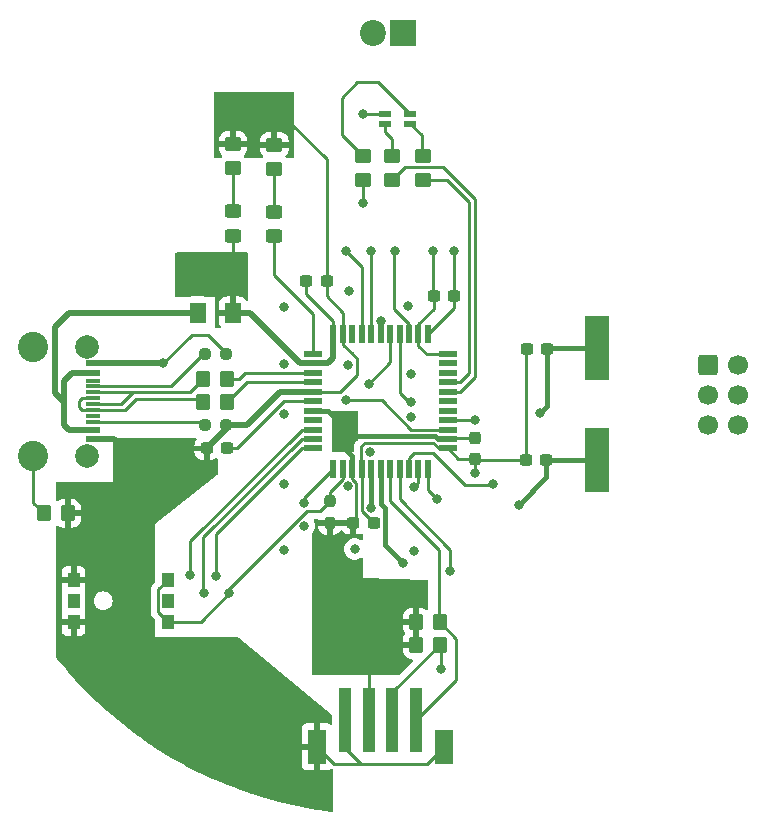
<source format=gbr>
%TF.GenerationSoftware,KiCad,Pcbnew,7.0.6-7.0.6~ubuntu20.04.1*%
%TF.CreationDate,2023-07-18T17:21:28-05:00*%
%TF.ProjectId,basic_microcontroller,62617369-635f-46d6-9963-726f636f6e74,rev?*%
%TF.SameCoordinates,Original*%
%TF.FileFunction,Copper,L1,Top*%
%TF.FilePolarity,Positive*%
%FSLAX46Y46*%
G04 Gerber Fmt 4.6, Leading zero omitted, Abs format (unit mm)*
G04 Created by KiCad (PCBNEW 7.0.6-7.0.6~ubuntu20.04.1) date 2023-07-18 17:21:28*
%MOMM*%
%LPD*%
G01*
G04 APERTURE LIST*
G04 Aperture macros list*
%AMRoundRect*
0 Rectangle with rounded corners*
0 $1 Rounding radius*
0 $2 $3 $4 $5 $6 $7 $8 $9 X,Y pos of 4 corners*
0 Add a 4 corners polygon primitive as box body*
4,1,4,$2,$3,$4,$5,$6,$7,$8,$9,$2,$3,0*
0 Add four circle primitives for the rounded corners*
1,1,$1+$1,$2,$3*
1,1,$1+$1,$4,$5*
1,1,$1+$1,$6,$7*
1,1,$1+$1,$8,$9*
0 Add four rect primitives between the rounded corners*
20,1,$1+$1,$2,$3,$4,$5,0*
20,1,$1+$1,$4,$5,$6,$7,0*
20,1,$1+$1,$6,$7,$8,$9,0*
20,1,$1+$1,$8,$9,$2,$3,0*%
G04 Aperture macros list end*
%TA.AperFunction,ComponentPad*%
%ADD10R,2.200000X2.200000*%
%TD*%
%TA.AperFunction,ComponentPad*%
%ADD11C,2.200000*%
%TD*%
%TA.AperFunction,SMDPad,CuDef*%
%ADD12RoundRect,0.237500X0.237500X-0.250000X0.237500X0.250000X-0.237500X0.250000X-0.237500X-0.250000X0*%
%TD*%
%TA.AperFunction,SMDPad,CuDef*%
%ADD13RoundRect,0.237500X0.300000X0.237500X-0.300000X0.237500X-0.300000X-0.237500X0.300000X-0.237500X0*%
%TD*%
%TA.AperFunction,SMDPad,CuDef*%
%ADD14RoundRect,0.237500X-0.250000X-0.237500X0.250000X-0.237500X0.250000X0.237500X-0.250000X0.237500X0*%
%TD*%
%TA.AperFunction,ComponentPad*%
%ADD15RoundRect,0.250000X-0.600000X-0.600000X0.600000X-0.600000X0.600000X0.600000X-0.600000X0.600000X0*%
%TD*%
%TA.AperFunction,ComponentPad*%
%ADD16C,1.700000*%
%TD*%
%TA.AperFunction,SMDPad,CuDef*%
%ADD17RoundRect,0.250001X0.462499X0.624999X-0.462499X0.624999X-0.462499X-0.624999X0.462499X-0.624999X0*%
%TD*%
%TA.AperFunction,SMDPad,CuDef*%
%ADD18RoundRect,0.250000X0.450000X-0.350000X0.450000X0.350000X-0.450000X0.350000X-0.450000X-0.350000X0*%
%TD*%
%TA.AperFunction,SMDPad,CuDef*%
%ADD19R,1.000000X1.300000*%
%TD*%
%TA.AperFunction,SMDPad,CuDef*%
%ADD20RoundRect,0.250000X-0.350000X-0.450000X0.350000X-0.450000X0.350000X0.450000X-0.350000X0.450000X0*%
%TD*%
%TA.AperFunction,SMDPad,CuDef*%
%ADD21R,1.000000X0.500000*%
%TD*%
%TA.AperFunction,SMDPad,CuDef*%
%ADD22RoundRect,0.250000X-0.450000X0.325000X-0.450000X-0.325000X0.450000X-0.325000X0.450000X0.325000X0*%
%TD*%
%TA.AperFunction,SMDPad,CuDef*%
%ADD23RoundRect,0.237500X-0.300000X-0.237500X0.300000X-0.237500X0.300000X0.237500X-0.300000X0.237500X0*%
%TD*%
%TA.AperFunction,SMDPad,CuDef*%
%ADD24R,1.250000X0.600000*%
%TD*%
%TA.AperFunction,SMDPad,CuDef*%
%ADD25R,1.250000X0.300000*%
%TD*%
%TA.AperFunction,ComponentPad*%
%ADD26C,2.000000*%
%TD*%
%TA.AperFunction,ComponentPad*%
%ADD27C,2.565000*%
%TD*%
%TA.AperFunction,SMDPad,CuDef*%
%ADD28R,2.000000X5.500000*%
%TD*%
%TA.AperFunction,SMDPad,CuDef*%
%ADD29R,1.500000X0.550000*%
%TD*%
%TA.AperFunction,SMDPad,CuDef*%
%ADD30R,0.550000X1.500000*%
%TD*%
%TA.AperFunction,SMDPad,CuDef*%
%ADD31R,1.000000X5.500000*%
%TD*%
%TA.AperFunction,SMDPad,CuDef*%
%ADD32R,1.600000X3.000000*%
%TD*%
%TA.AperFunction,SMDPad,CuDef*%
%ADD33RoundRect,0.237500X0.237500X-0.300000X0.237500X0.300000X-0.237500X0.300000X-0.237500X-0.300000X0*%
%TD*%
%TA.AperFunction,SMDPad,CuDef*%
%ADD34RoundRect,0.250000X0.350000X0.450000X-0.350000X0.450000X-0.350000X-0.450000X0.350000X-0.450000X0*%
%TD*%
%TA.AperFunction,ViaPad*%
%ADD35C,0.800000*%
%TD*%
%TA.AperFunction,Conductor*%
%ADD36C,0.400000*%
%TD*%
%TA.AperFunction,Conductor*%
%ADD37C,0.250000*%
%TD*%
%TA.AperFunction,Conductor*%
%ADD38C,0.500000*%
%TD*%
G04 APERTURE END LIST*
D10*
%TO.P,J3,1,Pin_1*%
%TO.N,Net-(J3-Pin_1)*%
X151900000Y-68800000D03*
D11*
%TO.P,J3,2,Pin_2*%
%TO.N,GND*%
X149360000Y-68800000D03*
%TD*%
D12*
%TO.P,R3,1*%
%TO.N,+5V*%
X145700000Y-110312500D03*
%TO.P,R3,2*%
%TO.N,/RESET*%
X145700000Y-108487500D03*
%TD*%
D13*
%TO.P,C8,1*%
%TO.N,GND*%
X145425000Y-89800000D03*
%TO.P,C8,2*%
%TO.N,+5V*%
X143700000Y-89800000D03*
%TD*%
D14*
%TO.P,R6,1*%
%TO.N,Net-(J1-CC2)*%
X135087500Y-102000000D03*
%TO.P,R6,2*%
%TO.N,GND*%
X136912500Y-102000000D03*
%TD*%
%TO.P,R5,1*%
%TO.N,Net-(J1-CC1)*%
X135087500Y-96000000D03*
%TO.P,R5,2*%
%TO.N,GND*%
X136912500Y-96000000D03*
%TD*%
D15*
%TO.P,J2,1,MISO*%
%TO.N,/MISO*%
X177747500Y-96955000D03*
D16*
%TO.P,J2,2,VCC*%
%TO.N,+5V*%
X180287500Y-96955000D03*
%TO.P,J2,3,SCK*%
%TO.N,/SCK*%
X177747500Y-99495000D03*
%TO.P,J2,4,MOSI*%
%TO.N,/MOSI*%
X180287500Y-99495000D03*
%TO.P,J2,5,~{RST}*%
%TO.N,/RESET*%
X177747500Y-102035000D03*
%TO.P,J2,6,GND*%
%TO.N,GND*%
X180287500Y-102035000D03*
%TD*%
D17*
%TO.P,F1,1*%
%TO.N,+5V*%
X137487500Y-92500000D03*
%TO.P,F1,2*%
%TO.N,Net-(F1-Pad2)*%
X134512500Y-92500000D03*
%TD*%
D18*
%TO.P,R35,1*%
%TO.N,/TRI_LED_B*%
X148500000Y-81250000D03*
%TO.P,R35,2*%
%TO.N,Net-(D27-BK)*%
X148500000Y-79250000D03*
%TD*%
D19*
%TO.P,S1,1,COM_1*%
%TO.N,GND*%
X124000000Y-115100000D03*
%TO.P,S1,2,NO_1*%
%TO.N,unconnected-(S1-NO_1-Pad2)*%
X124000000Y-116900000D03*
%TO.P,S1,3,NC_1*%
%TO.N,GND*%
X124000000Y-118700000D03*
%TO.P,S1,4,COM_2*%
%TO.N,/RESET*%
X132000000Y-115100000D03*
%TO.P,S1,5,NO_2*%
%TO.N,unconnected-(S1-NO_2-Pad5)*%
X132000000Y-116900000D03*
%TO.P,S1,6,NC_2*%
%TO.N,/RESET*%
X132000000Y-118700000D03*
%TD*%
D20*
%TO.P,R1,1*%
%TO.N,Net-(J1-D+-PadA6)*%
X135000000Y-100100000D03*
%TO.P,R1,2*%
%TO.N,Net-(U1-D+)*%
X137000000Y-100100000D03*
%TD*%
%TO.P,R37,1*%
%TO.N,+5V*%
X153000000Y-118700000D03*
%TO.P,R37,2*%
%TO.N,/SCL*%
X155000000Y-118700000D03*
%TD*%
D21*
%TO.P,D27,1,A*%
%TO.N,+5V*%
X150400000Y-75700000D03*
%TO.P,D27,2,BK*%
%TO.N,Net-(D27-BK)*%
X152500000Y-75700000D03*
%TO.P,D27,3,RK*%
%TO.N,Net-(D27-RK)*%
X150400000Y-76500000D03*
%TO.P,D27,4,GK*%
%TO.N,Net-(D27-GK)*%
X152500000Y-76500000D03*
%TD*%
D22*
%TO.P,D28,1,K*%
%TO.N,Net-(D28-K)*%
X137500000Y-83925000D03*
%TO.P,D28,2,A*%
%TO.N,+5V*%
X137500000Y-85975000D03*
%TD*%
D20*
%TO.P,R36,1*%
%TO.N,+5V*%
X153000000Y-120600000D03*
%TO.P,R36,2*%
%TO.N,/SDA*%
X155000000Y-120600000D03*
%TD*%
D23*
%TO.P,C2,1*%
%TO.N,GND*%
X162375000Y-95600000D03*
%TO.P,C2,2*%
%TO.N,Net-(U1-XTAL2)*%
X164100000Y-95600000D03*
%TD*%
%TO.P,C3,1*%
%TO.N,GND*%
X135275000Y-104000000D03*
%TO.P,C3,2*%
%TO.N,Net-(U1-UCAP)*%
X137000000Y-104000000D03*
%TD*%
D24*
%TO.P,J1,A1,GND*%
%TO.N,GND*%
X125675000Y-96800000D03*
%TO.P,J1,A4,VBUS*%
%TO.N,Net-(F1-Pad2)*%
X125675000Y-97600000D03*
D25*
%TO.P,J1,A5,CC1*%
%TO.N,Net-(J1-CC1)*%
X125675000Y-98750000D03*
%TO.P,J1,A6,D+*%
%TO.N,Net-(J1-D+-PadA6)*%
X125675000Y-99750000D03*
%TO.P,J1,A7,D-*%
%TO.N,Net-(J1-D--PadA7)*%
X125675000Y-100250000D03*
%TO.P,J1,A8,SBU1*%
%TO.N,unconnected-(J1-SBU1-PadA8)*%
X125675000Y-101250000D03*
D24*
%TO.P,J1,A9,VBUS*%
%TO.N,Net-(F1-Pad2)*%
X125675000Y-102400000D03*
%TO.P,J1,A12,GND*%
%TO.N,GND*%
X125675000Y-103200000D03*
D25*
%TO.P,J1,B5,CC2*%
%TO.N,Net-(J1-CC2)*%
X125675000Y-101750000D03*
%TO.P,J1,B6,D+*%
%TO.N,Net-(J1-D+-PadA6)*%
X125675000Y-100750000D03*
%TO.P,J1,B7,D-*%
%TO.N,Net-(J1-D--PadA7)*%
X125675000Y-99250000D03*
%TO.P,J1,B8,SBU2*%
%TO.N,unconnected-(J1-SBU2-PadB8)*%
X125675000Y-98250000D03*
D26*
%TO.P,J1,MH,SHIELD*%
%TO.N,Net-(J1-SHIELD)*%
X125100000Y-95390000D03*
D27*
X120600000Y-95390000D03*
D26*
X125100000Y-104610000D03*
D27*
X120600000Y-104610000D03*
%TD*%
D18*
%TO.P,R34,1*%
%TO.N,/TRI_LED_G*%
X153600000Y-81250000D03*
%TO.P,R34,2*%
%TO.N,Net-(D27-GK)*%
X153600000Y-79250000D03*
%TD*%
D23*
%TO.P,C1,1*%
%TO.N,GND*%
X162275000Y-105000000D03*
%TO.P,C1,2*%
%TO.N,Net-(U1-XTAL1)*%
X164000000Y-105000000D03*
%TD*%
D28*
%TO.P,Y1,1,1*%
%TO.N,Net-(U1-XTAL2)*%
X168300000Y-95500000D03*
%TO.P,Y1,2,2*%
%TO.N,Net-(U1-XTAL1)*%
X168300000Y-105000000D03*
%TD*%
D18*
%TO.P,R38,1*%
%TO.N,Net-(D28-K)*%
X137500000Y-80250000D03*
%TO.P,R38,2*%
%TO.N,GND*%
X137500000Y-78250000D03*
%TD*%
D29*
%TO.P,U1,1,PE6*%
%TO.N,Net-(D1-A)*%
X144300000Y-96000000D03*
%TO.P,U1,2,UVCC*%
%TO.N,+5V*%
X144300000Y-96800000D03*
%TO.P,U1,3,D-*%
%TO.N,Net-(U1-D-)*%
X144300000Y-97600000D03*
%TO.P,U1,4,D+*%
%TO.N,Net-(U1-D+)*%
X144300000Y-98400000D03*
%TO.P,U1,5,UGND*%
%TO.N,GND*%
X144300000Y-99200000D03*
%TO.P,U1,6,UCAP*%
%TO.N,Net-(U1-UCAP)*%
X144300000Y-100000000D03*
%TO.P,U1,7,VBUS*%
%TO.N,+5V*%
X144300000Y-100800000D03*
%TO.P,U1,8,SS/PB0*%
%TO.N,/SS*%
X144300000Y-101600000D03*
%TO.P,U1,9,SCL/PB1*%
%TO.N,/SCK*%
X144300000Y-102400000D03*
%TO.P,U1,10,MOSI/PB2*%
%TO.N,/MOSI*%
X144300000Y-103200000D03*
%TO.P,U1,11,MSIO/PB3*%
%TO.N,/MISO*%
X144300000Y-104000000D03*
D30*
%TO.P,U1,12,PWM/PB7*%
%TO.N,/TRI_LED_B*%
X146000000Y-105700000D03*
%TO.P,U1,13,~{RESET}*%
%TO.N,/RESET*%
X146800000Y-105700000D03*
%TO.P,U1,14,VCC*%
%TO.N,+5V*%
X147600000Y-105700000D03*
%TO.P,U1,15,GND*%
%TO.N,GND*%
X148400000Y-105700000D03*
%TO.P,U1,16,XTAL2*%
%TO.N,Net-(U1-XTAL2)*%
X149200000Y-105700000D03*
%TO.P,U1,17,XTAL1*%
%TO.N,Net-(U1-XTAL1)*%
X150000000Y-105700000D03*
%TO.P,U1,18,SCL/PD0*%
%TO.N,/SCL*%
X150800000Y-105700000D03*
%TO.P,U1,19,SDA/PD1*%
%TO.N,/SDA*%
X151600000Y-105700000D03*
%TO.P,U1,20,RX1/PD2*%
%TO.N,/LED_COL1*%
X152400000Y-105700000D03*
%TO.P,U1,21,TX1/PD3*%
%TO.N,/LED_COL2*%
X153200000Y-105700000D03*
%TO.P,U1,22,XCK/PD5*%
%TO.N,/LED_COL4*%
X154000000Y-105700000D03*
D29*
%TO.P,U1,23,GND*%
%TO.N,GND*%
X155700000Y-104000000D03*
%TO.P,U1,24,AVCC*%
%TO.N,+5V*%
X155700000Y-103200000D03*
%TO.P,U1,25,ADC8/PD4*%
%TO.N,/LED_COL3*%
X155700000Y-102400000D03*
%TO.P,U1,26,ADC9/PWM/PD6*%
%TO.N,/LED_COL5*%
X155700000Y-101600000D03*
%TO.P,U1,27,ADC10/PWM/PD7*%
%TO.N,unconnected-(U1-ADC10{slash}PWM{slash}PD7-Pad27)*%
X155700000Y-100800000D03*
%TO.P,U1,28,ADC11/PB4*%
%TO.N,unconnected-(U1-ADC11{slash}PB4-Pad28)*%
X155700000Y-100000000D03*
%TO.P,U1,29,ADC12/PWM/PB5*%
%TO.N,/TRI_LED_R*%
X155700000Y-99200000D03*
%TO.P,U1,30,ADC13/PWM/PB6*%
%TO.N,/TRI_LED_G*%
X155700000Y-98400000D03*
%TO.P,U1,31,PC6*%
%TO.N,unconnected-(U1-PC6-Pad31)*%
X155700000Y-97600000D03*
%TO.P,U1,32,PC7*%
%TO.N,unconnected-(U1-PC7-Pad32)*%
X155700000Y-96800000D03*
%TO.P,U1,33,~{HWB}/PE2*%
%TO.N,GND*%
X155700000Y-96000000D03*
D30*
%TO.P,U1,34,VCC*%
%TO.N,+5V*%
X154000000Y-94300000D03*
%TO.P,U1,35,GND*%
%TO.N,GND*%
X153200000Y-94300000D03*
%TO.P,U1,36,ADC7/PF7*%
%TO.N,/LED_ROW5*%
X152400000Y-94300000D03*
%TO.P,U1,37,ADC6/PF6*%
%TO.N,/LED_ROW4*%
X151600000Y-94300000D03*
%TO.P,U1,38,ADC5/PF5*%
%TO.N,/LED_ROW3*%
X150800000Y-94300000D03*
%TO.P,U1,39,ADC4/PF4*%
%TO.N,/LED_ROW2*%
X150000000Y-94300000D03*
%TO.P,U1,40,ADC1/PF1*%
%TO.N,/LED_ROW1*%
X149200000Y-94300000D03*
%TO.P,U1,41,ADC0/PF0*%
%TO.N,Net-(J3-Pin_1)*%
X148400000Y-94300000D03*
%TO.P,U1,42,AREF*%
%TO.N,/AREF*%
X147600000Y-94300000D03*
%TO.P,U1,43,GND*%
%TO.N,GND*%
X146800000Y-94300000D03*
%TO.P,U1,44,AVCC*%
%TO.N,+5V*%
X146000000Y-94300000D03*
%TD*%
D31*
%TO.P,C6,1,1*%
%TO.N,/SCL*%
X153000000Y-127000000D03*
%TO.P,C6,2,2*%
%TO.N,/SDA*%
X151000000Y-127000000D03*
%TO.P,C6,3,3*%
%TO.N,+5V*%
X149000000Y-127000000D03*
%TO.P,C6,4,4*%
%TO.N,GND*%
X147000000Y-127000000D03*
D32*
%TO.P,C6,MP1,MP1*%
X155400000Y-129250000D03*
%TO.P,C6,MP2,MP2*%
X144600000Y-129250000D03*
%TD*%
D23*
%TO.P,C7,1*%
%TO.N,GND*%
X154500000Y-91100000D03*
%TO.P,C7,2*%
%TO.N,+5V*%
X156225000Y-91100000D03*
%TD*%
D18*
%TO.P,R7,1*%
%TO.N,Net-(D1-K)*%
X141000000Y-80300000D03*
%TO.P,R7,2*%
%TO.N,GND*%
X141000000Y-78300000D03*
%TD*%
D13*
%TO.P,C4,1*%
%TO.N,GND*%
X149400000Y-110300000D03*
%TO.P,C4,2*%
%TO.N,+5V*%
X147675000Y-110300000D03*
%TD*%
D18*
%TO.P,R33,1*%
%TO.N,/TRI_LED_R*%
X151000000Y-81250000D03*
%TO.P,R33,2*%
%TO.N,Net-(D27-RK)*%
X151000000Y-79250000D03*
%TD*%
D20*
%TO.P,R2,1*%
%TO.N,Net-(J1-D--PadA7)*%
X135000000Y-98100000D03*
%TO.P,R2,2*%
%TO.N,Net-(U1-D-)*%
X137000000Y-98100000D03*
%TD*%
D22*
%TO.P,D1,1,K*%
%TO.N,Net-(D1-K)*%
X141000000Y-83975000D03*
%TO.P,D1,2,A*%
%TO.N,Net-(D1-A)*%
X141000000Y-86025000D03*
%TD*%
D33*
%TO.P,C5,1*%
%TO.N,GND*%
X158000000Y-104862500D03*
%TO.P,C5,2*%
%TO.N,+5V*%
X158000000Y-103137500D03*
%TD*%
D34*
%TO.P,R4,1*%
%TO.N,GND*%
X123500000Y-109500000D03*
%TO.P,R4,2*%
%TO.N,Net-(J1-SHIELD)*%
X121500000Y-109500000D03*
%TD*%
D35*
%TO.N,+5V*%
X156200000Y-87300000D03*
%TO.N,GND*%
X138400000Y-75300000D03*
X131600000Y-96800000D03*
X136800000Y-123200000D03*
X133000000Y-124900000D03*
X134900000Y-123200000D03*
X136800000Y-124900000D03*
X139900000Y-75300000D03*
X133000000Y-123200000D03*
X158000000Y-106100000D03*
X134900000Y-124900000D03*
X154400000Y-87300000D03*
X138400000Y-76700000D03*
X139900000Y-76700000D03*
%TO.N,Net-(U1-XTAL1)*%
X161700500Y-108749500D03*
X151900000Y-113700000D03*
%TO.N,Net-(U1-XTAL2)*%
X163500000Y-101000000D03*
X149200000Y-109024500D03*
%TO.N,+5V*%
X135900000Y-88700000D03*
X150600000Y-120800000D03*
X134300000Y-90100000D03*
X147500000Y-120800000D03*
X134300000Y-88700000D03*
X149000000Y-119400000D03*
X150500000Y-119400000D03*
X135900000Y-90100000D03*
X148500000Y-75700000D03*
X147500000Y-119400000D03*
X149000000Y-120800000D03*
%TO.N,/MISO*%
X136100000Y-114800000D03*
%TO.N,/SCK*%
X133900000Y-114700000D03*
%TO.N,/MOSI*%
X135037590Y-116249500D03*
%TO.N,/RESET*%
X137200000Y-116249500D03*
%TO.N,/LED_ROW1*%
X149200000Y-87300000D03*
%TO.N,/LED_ROW2*%
X150000000Y-93200000D03*
%TO.N,/LED_ROW3*%
X149000000Y-98500000D03*
%TO.N,/LED_ROW4*%
X149100000Y-104300000D03*
X152600000Y-100100000D03*
%TO.N,/LED_ROW5*%
X143537147Y-110562147D03*
X151200000Y-87300000D03*
%TO.N,/LED_COL1*%
X159500000Y-107000000D03*
%TO.N,/LED_COL2*%
X152800000Y-107300000D03*
X152300000Y-91900000D03*
X152600000Y-101300000D03*
X152800000Y-112700000D03*
X152600000Y-97700000D03*
%TO.N,/LED_COL3*%
X147100000Y-99900000D03*
X147200000Y-96900000D03*
X147200000Y-107200000D03*
X147300000Y-90700000D03*
X147800000Y-112500000D03*
%TO.N,/LED_COL4*%
X141800000Y-96875500D03*
X141800000Y-107000000D03*
X154800000Y-108300000D03*
X141800000Y-92000000D03*
X141800000Y-101112299D03*
X141800000Y-112600000D03*
%TO.N,/LED_COL5*%
X158000000Y-101600000D03*
%TO.N,/TRI_LED_B*%
X143500000Y-108600000D03*
X148500000Y-83200000D03*
%TO.N,Net-(J3-Pin_1)*%
X147100000Y-87300000D03*
%TO.N,/SDA*%
X155100000Y-122700000D03*
X155900000Y-114400000D03*
%TD*%
D36*
%TO.N,Net-(U1-XTAL2)*%
X168300000Y-95500000D02*
X164200000Y-95500000D01*
D37*
%TO.N,+5V*%
X156225000Y-91100000D02*
X156200000Y-91075000D01*
X156200000Y-91075000D02*
X156200000Y-87300000D01*
%TO.N,GND*%
X154400000Y-87300000D02*
X154400000Y-91000000D01*
X154400000Y-91000000D02*
X154500000Y-91100000D01*
%TO.N,/TRI_LED_G*%
X155700000Y-98400000D02*
X156700000Y-98400000D01*
X156700000Y-98400000D02*
X157500000Y-97600000D01*
X157500000Y-97600000D02*
X157500000Y-83100000D01*
X157500000Y-83100000D02*
X155650000Y-81250000D01*
X155650000Y-81250000D02*
X153600000Y-81250000D01*
%TO.N,/TRI_LED_R*%
X155700000Y-99200000D02*
X156700000Y-99200000D01*
X156700000Y-99200000D02*
X157950000Y-97950000D01*
X157950000Y-97950000D02*
X157950000Y-82850000D01*
X157950000Y-82850000D02*
X155300000Y-80200000D01*
X155300000Y-80200000D02*
X152050000Y-80200000D01*
X152050000Y-80200000D02*
X151000000Y-81250000D01*
D38*
%TO.N,+5V*%
X144300000Y-96800000D02*
X143200000Y-96800000D01*
X143200000Y-96800000D02*
X138900000Y-92500000D01*
X138900000Y-92500000D02*
X137487500Y-92500000D01*
D37*
%TO.N,Net-(U1-D+)*%
X137000000Y-100100000D02*
X138700000Y-98400000D01*
X138700000Y-98400000D02*
X144300000Y-98400000D01*
%TO.N,Net-(U1-D-)*%
X137000000Y-98100000D02*
X138000000Y-98100000D01*
X138000000Y-98100000D02*
X138500000Y-97600000D01*
X138500000Y-97600000D02*
X144300000Y-97600000D01*
%TO.N,Net-(J1-D+-PadA6)*%
X135000000Y-100100000D02*
X134700000Y-99800000D01*
X134700000Y-99800000D02*
X129300000Y-99800000D01*
X129300000Y-99800000D02*
X128350000Y-100750000D01*
X128350000Y-100750000D02*
X125675000Y-100750000D01*
%TO.N,Net-(J1-D--PadA7)*%
X125675000Y-100250000D02*
X128050000Y-100250000D01*
X128050000Y-100250000D02*
X129050000Y-99250000D01*
X129050000Y-99250000D02*
X129100000Y-99250000D01*
X125675000Y-99250000D02*
X127300000Y-99250000D01*
X127300000Y-99250000D02*
X133850000Y-99250000D01*
X133850000Y-99250000D02*
X135000000Y-98100000D01*
D36*
%TO.N,Net-(U1-XTAL1)*%
X151900000Y-113700000D02*
X150350000Y-112150000D01*
X150350000Y-112150000D02*
X150350000Y-109050000D01*
X150350000Y-109050000D02*
X150000000Y-108700000D01*
X150000000Y-108700000D02*
X150000000Y-105700000D01*
D37*
%TO.N,/RESET*%
X137200000Y-115874695D02*
X143749695Y-109325000D01*
X144862500Y-109325000D02*
X145700000Y-108487500D01*
X143749695Y-109325000D02*
X144862500Y-109325000D01*
X137200000Y-116249500D02*
X137200000Y-115874695D01*
D36*
%TO.N,+5V*%
X147662500Y-110312500D02*
X147675000Y-110300000D01*
D37*
%TO.N,/RESET*%
X145700000Y-108487500D02*
X145700000Y-107675000D01*
X145700000Y-107675000D02*
X146800000Y-106575000D01*
X146800000Y-106575000D02*
X146800000Y-105700000D01*
%TO.N,+5V*%
X154000000Y-94300000D02*
X156225000Y-92075000D01*
X156225000Y-92075000D02*
X156225000Y-91100000D01*
%TO.N,GND*%
X153200000Y-94300000D02*
X153200000Y-93500000D01*
X153200000Y-93500000D02*
X154500000Y-92200000D01*
X154500000Y-92200000D02*
X154500000Y-91100000D01*
X145425000Y-89800000D02*
X145425000Y-79525000D01*
X145425000Y-79525000D02*
X142400000Y-76500000D01*
X142400000Y-76500000D02*
X142000000Y-76500000D01*
X146800000Y-94300000D02*
X146800000Y-92500000D01*
X146800000Y-92500000D02*
X145425000Y-91125000D01*
X145425000Y-91125000D02*
X145425000Y-89800000D01*
%TO.N,+5V*%
X146000000Y-94300000D02*
X146000000Y-93200000D01*
X146000000Y-93200000D02*
X143700000Y-90900000D01*
X143700000Y-90900000D02*
X143700000Y-89800000D01*
%TO.N,Net-(D1-A)*%
X144300000Y-96000000D02*
X144300000Y-92600000D01*
X144300000Y-92600000D02*
X141000000Y-89300000D01*
X141000000Y-89300000D02*
X141000000Y-86025000D01*
%TO.N,Net-(D1-K)*%
X141000000Y-83975000D02*
X141000000Y-80300000D01*
D38*
%TO.N,GND*%
X138700000Y-102000000D02*
X141500000Y-99200000D01*
X137000000Y-102000000D02*
X138700000Y-102000000D01*
X125675000Y-103200000D02*
X127400000Y-103200000D01*
D37*
X162275000Y-95700000D02*
X162375000Y-95600000D01*
X134000000Y-94400000D02*
X135400000Y-94400000D01*
X146600000Y-99200000D02*
X148000000Y-97800000D01*
X162275000Y-105000000D02*
X158137500Y-105000000D01*
X154900000Y-104000000D02*
X155700000Y-104000000D01*
D38*
X125675000Y-96800000D02*
X131600000Y-96800000D01*
D37*
X154400000Y-103500000D02*
X154900000Y-104000000D01*
X148400000Y-109300000D02*
X149400000Y-110300000D01*
X158137500Y-105000000D02*
X158000000Y-104862500D01*
X131600000Y-96800000D02*
X134000000Y-94400000D01*
X148000000Y-96400000D02*
X147550000Y-95950000D01*
X155700000Y-96000000D02*
X153900000Y-96000000D01*
X153200000Y-95300000D02*
X153200000Y-94300000D01*
X147550000Y-95950000D02*
X146800000Y-95200000D01*
X146800000Y-95200000D02*
X146800000Y-94300000D01*
X146050000Y-130700000D02*
X148300000Y-130700000D01*
X144600000Y-129250000D02*
X146050000Y-130700000D01*
D38*
X141500000Y-99200000D02*
X144300000Y-99200000D01*
D37*
X147000000Y-127000000D02*
X147000000Y-129400000D01*
X148375000Y-105675000D02*
X148375000Y-103825000D01*
X148700000Y-103500000D02*
X154400000Y-103500000D01*
X144300000Y-99200000D02*
X146600000Y-99200000D01*
X148375000Y-103825000D02*
X148700000Y-103500000D01*
X153900000Y-96000000D02*
X153200000Y-95300000D01*
D38*
X135275000Y-104000000D02*
X137000000Y-102275000D01*
D37*
X148400000Y-105700000D02*
X148375000Y-105675000D01*
X147000000Y-129400000D02*
X148300000Y-130700000D01*
X153950000Y-130700000D02*
X155400000Y-129250000D01*
D38*
X137000000Y-102275000D02*
X137000000Y-102000000D01*
D37*
X158000000Y-106100000D02*
X158000000Y-105362500D01*
X155700000Y-104000000D02*
X156562500Y-104862500D01*
X148400000Y-105700000D02*
X148400000Y-109300000D01*
D38*
X127400000Y-103200000D02*
X128000000Y-103800000D01*
D37*
X135400000Y-94400000D02*
X137000000Y-96000000D01*
X162275000Y-105000000D02*
X162275000Y-95700000D01*
X156562500Y-104862500D02*
X158000000Y-104862500D01*
X148300000Y-130700000D02*
X153950000Y-130700000D01*
X148000000Y-97800000D02*
X148000000Y-96400000D01*
D36*
%TO.N,Net-(U1-XTAL1)*%
X164000000Y-106450000D02*
X161700500Y-108749500D01*
X168300000Y-105000000D02*
X164000000Y-105000000D01*
X164000000Y-105000000D02*
X164000000Y-106450000D01*
%TO.N,Net-(U1-XTAL2)*%
X149200000Y-105700000D02*
X149200000Y-109024500D01*
X164100000Y-100400000D02*
X163500000Y-101000000D01*
X164200000Y-95500000D02*
X164100000Y-95600000D01*
X164100000Y-95600000D02*
X164100000Y-100400000D01*
D37*
%TO.N,Net-(U1-UCAP)*%
X137800000Y-104000000D02*
X141800000Y-100000000D01*
X137000000Y-104000000D02*
X137800000Y-104000000D01*
X141800000Y-100000000D02*
X144300000Y-100000000D01*
D38*
%TO.N,+5V*%
X145550000Y-96800000D02*
X146000000Y-96350000D01*
D36*
X147600000Y-104600000D02*
X147600000Y-105700000D01*
X145500000Y-100800000D02*
X146300000Y-101600000D01*
D37*
X147600000Y-105700000D02*
X147600000Y-106574695D01*
X147925000Y-106899695D02*
X147925000Y-110050000D01*
D36*
X147100000Y-104100000D02*
X147600000Y-104600000D01*
X154842462Y-103200000D02*
X154617462Y-102975000D01*
D37*
X155762500Y-103137500D02*
X155700000Y-103200000D01*
X147925000Y-110050000D02*
X147675000Y-110300000D01*
D36*
X144300000Y-100800000D02*
X145500000Y-100800000D01*
D37*
X147600000Y-106574695D02*
X147925000Y-106899695D01*
X149000000Y-127000000D02*
X149000000Y-123100000D01*
D38*
X146000000Y-96350000D02*
X146000000Y-94300000D01*
X137487500Y-91487500D02*
X137487500Y-92500000D01*
D36*
X155700000Y-103200000D02*
X154842462Y-103200000D01*
D37*
X137500000Y-85975000D02*
X137500000Y-88250000D01*
X148500000Y-75700000D02*
X150400000Y-75700000D01*
D36*
X154617462Y-102975000D02*
X147300000Y-102975000D01*
D37*
X158000000Y-103137500D02*
X155762500Y-103137500D01*
D38*
X144300000Y-96800000D02*
X145550000Y-96800000D01*
D37*
%TO.N,/MISO*%
X144300000Y-104000000D02*
X143300000Y-104000000D01*
X143300000Y-104000000D02*
X136100000Y-111200000D01*
X136100000Y-111200000D02*
X136100000Y-114800000D01*
%TO.N,/SCK*%
X133900000Y-111800000D02*
X143300000Y-102400000D01*
X143300000Y-102400000D02*
X144300000Y-102400000D01*
X133900000Y-114700000D02*
X133900000Y-111800000D01*
%TO.N,/MOSI*%
X135000000Y-116211910D02*
X135000000Y-111500000D01*
X135037590Y-116249500D02*
X135000000Y-116211910D01*
X135000000Y-111500000D02*
X143300000Y-103200000D01*
X143300000Y-103200000D02*
X144300000Y-103200000D01*
%TO.N,/RESET*%
X131175000Y-115925000D02*
X132000000Y-115100000D01*
X132000000Y-118700000D02*
X131175000Y-117875000D01*
X134749500Y-118700000D02*
X132000000Y-118700000D01*
X131175000Y-117875000D02*
X131175000Y-115925000D01*
X137200000Y-116249500D02*
X134749500Y-118700000D01*
%TO.N,Net-(J1-D+-PadA6)*%
X124500000Y-100000000D02*
X124750000Y-99750000D01*
X124750000Y-100750000D02*
X124500000Y-100500000D01*
X124750000Y-99750000D02*
X125675000Y-99750000D01*
X124500000Y-100500000D02*
X124500000Y-100000000D01*
X125675000Y-100750000D02*
X124750000Y-100750000D01*
%TO.N,Net-(J1-SHIELD)*%
X121500000Y-109500000D02*
X120600000Y-108600000D01*
X120600000Y-108600000D02*
X120600000Y-104610000D01*
%TO.N,Net-(J1-CC1)*%
X135000000Y-96000000D02*
X132250000Y-98750000D01*
X132250000Y-98750000D02*
X125675000Y-98750000D01*
%TO.N,Net-(J1-CC2)*%
X135000000Y-102000000D02*
X134750000Y-101750000D01*
X134750000Y-101750000D02*
X125675000Y-101750000D01*
%TO.N,/LED_ROW1*%
X149200000Y-94300000D02*
X149200000Y-87200000D01*
%TO.N,/LED_ROW2*%
X150000000Y-94300000D02*
X150000000Y-93200000D01*
%TO.N,/LED_ROW3*%
X149000000Y-98500000D02*
X150800000Y-96700000D01*
X150800000Y-96700000D02*
X150800000Y-94300000D01*
%TO.N,/LED_ROW4*%
X152400000Y-100100000D02*
X151600000Y-99300000D01*
X151600000Y-99300000D02*
X151600000Y-94300000D01*
%TO.N,/LED_ROW5*%
X151200000Y-87300000D02*
X151100000Y-87400000D01*
X152400000Y-93500000D02*
X152400000Y-94300000D01*
X151100000Y-92200000D02*
X152400000Y-93500000D01*
X151100000Y-87400000D02*
X151100000Y-92200000D01*
D38*
%TO.N,Net-(F1-Pad2)*%
X123200000Y-98300000D02*
X123200000Y-100100000D01*
X123900000Y-97600000D02*
X123200000Y-98300000D01*
X134512500Y-92500000D02*
X123600000Y-92500000D01*
X122400000Y-93700000D02*
X122400000Y-99300000D01*
X125675000Y-97600000D02*
X123900000Y-97600000D01*
X123200000Y-100100000D02*
X123200000Y-102000000D01*
X123200000Y-102000000D02*
X123600000Y-102400000D01*
X123600000Y-102400000D02*
X125675000Y-102400000D01*
X122400000Y-99300000D02*
X123200000Y-100100000D01*
X123600000Y-92500000D02*
X122400000Y-93700000D01*
D37*
%TO.N,/LED_COL1*%
X154400000Y-104400000D02*
X157100000Y-107100000D01*
X157100000Y-107100000D02*
X159400000Y-107100000D01*
X152400000Y-104825000D02*
X152825000Y-104400000D01*
X152400000Y-105700000D02*
X152400000Y-104825000D01*
X152825000Y-104400000D02*
X154400000Y-104400000D01*
%TO.N,/LED_COL2*%
X153200000Y-106900000D02*
X152800000Y-107300000D01*
X153200000Y-105700000D02*
X153200000Y-106900000D01*
%TO.N,/LED_COL3*%
X152600000Y-102400000D02*
X155700000Y-102400000D01*
X150100000Y-99900000D02*
X152600000Y-102400000D01*
X147100000Y-99900000D02*
X150100000Y-99900000D01*
%TO.N,/LED_COL4*%
X154000000Y-107500000D02*
X154800000Y-108300000D01*
X154000000Y-105700000D02*
X154000000Y-107500000D01*
%TO.N,/LED_COL5*%
X155700000Y-101600000D02*
X158000000Y-101600000D01*
%TO.N,Net-(D27-RK)*%
X150400000Y-77200000D02*
X150400000Y-76500000D01*
X151000000Y-79250000D02*
X151000000Y-77800000D01*
X151000000Y-77800000D02*
X150400000Y-77200000D01*
%TO.N,Net-(D27-GK)*%
X153750000Y-79250000D02*
X153500000Y-79000000D01*
X153500000Y-79000000D02*
X153500000Y-77500000D01*
X153500000Y-77500000D02*
X152500000Y-76500000D01*
%TO.N,/TRI_LED_B*%
X143500000Y-108200000D02*
X146000000Y-105700000D01*
X143500000Y-108600000D02*
X143500000Y-108200000D01*
X148500000Y-83300000D02*
X148500000Y-81250000D01*
%TO.N,Net-(D27-BK)*%
X146700000Y-77450000D02*
X146700000Y-74300000D01*
X148000000Y-73000000D02*
X149800000Y-73000000D01*
X148500000Y-79250000D02*
X146700000Y-77450000D01*
X146700000Y-74300000D02*
X148000000Y-73000000D01*
X149800000Y-73000000D02*
X152500000Y-75700000D01*
%TO.N,Net-(D28-K)*%
X137500000Y-83950000D02*
X137500000Y-80450000D01*
%TO.N,/SCL*%
X156400000Y-123600000D02*
X156400000Y-120100000D01*
X150800000Y-105700000D02*
X150800000Y-108467005D01*
X156400000Y-120100000D02*
X155000000Y-118700000D01*
X153000000Y-127000000D02*
X156400000Y-123600000D01*
X154900000Y-118600000D02*
X155000000Y-118700000D01*
X154900000Y-112567005D02*
X154900000Y-118600000D01*
X150800000Y-108467005D02*
X154900000Y-112567005D01*
%TO.N,Net-(J3-Pin_1)*%
X148400000Y-88600000D02*
X147100000Y-87300000D01*
X148400000Y-94300000D02*
X148400000Y-88600000D01*
%TO.N,/SDA*%
X155100000Y-120700000D02*
X155000000Y-120600000D01*
X151000000Y-124600000D02*
X155000000Y-120600000D01*
X155900000Y-112600000D02*
X151600000Y-108300000D01*
X155900000Y-114400000D02*
X155900000Y-112600000D01*
X151000000Y-127000000D02*
X151000000Y-124600000D01*
X155100000Y-122700000D02*
X155100000Y-120700000D01*
X151600000Y-108300000D02*
X151600000Y-105700000D01*
%TD*%
%TA.AperFunction,Conductor*%
%TO.N,+5V*%
G36*
X138743039Y-87419685D02*
G01*
X138788794Y-87472489D01*
X138800000Y-87524000D01*
X138800000Y-91387189D01*
X138780315Y-91454228D01*
X138727511Y-91499983D01*
X138658353Y-91509927D01*
X138594797Y-91480902D01*
X138570462Y-91452286D01*
X138542319Y-91406660D01*
X138542316Y-91406656D01*
X138418344Y-91282684D01*
X138269123Y-91190643D01*
X138269118Y-91190641D01*
X138102696Y-91135494D01*
X138102689Y-91135493D01*
X137999985Y-91125000D01*
X137737500Y-91125000D01*
X137737500Y-92626000D01*
X137717815Y-92693039D01*
X137665011Y-92738794D01*
X137613500Y-92750000D01*
X136275000Y-92750000D01*
X136275000Y-93174985D01*
X136285493Y-93277689D01*
X136285494Y-93277696D01*
X136340641Y-93444118D01*
X136340643Y-93444123D01*
X136432684Y-93593345D01*
X136437161Y-93599006D01*
X136434600Y-93601030D01*
X136461144Y-93649642D01*
X136456160Y-93719334D01*
X136414288Y-93775267D01*
X136348824Y-93799684D01*
X136339978Y-93800000D01*
X136124000Y-93800000D01*
X136056961Y-93780315D01*
X136011206Y-93727511D01*
X136000000Y-93676000D01*
X136000000Y-92250000D01*
X136275000Y-92250000D01*
X137237500Y-92250000D01*
X137237500Y-91125000D01*
X136975014Y-91125000D01*
X136872310Y-91135493D01*
X136872303Y-91135494D01*
X136705881Y-91190641D01*
X136705876Y-91190643D01*
X136556655Y-91282684D01*
X136432684Y-91406655D01*
X136340643Y-91555876D01*
X136340641Y-91555881D01*
X136285494Y-91722303D01*
X136285493Y-91722310D01*
X136275000Y-91825014D01*
X136275000Y-92250000D01*
X136000000Y-92250000D01*
X136000000Y-91200000D01*
X135342870Y-91200000D01*
X135301712Y-91190877D01*
X135301189Y-91192458D01*
X135294335Y-91190187D01*
X135294334Y-91190186D01*
X135127797Y-91135001D01*
X135127795Y-91135000D01*
X135025015Y-91124500D01*
X135025008Y-91124500D01*
X133999992Y-91124500D01*
X133999984Y-91124500D01*
X133897204Y-91135000D01*
X133897203Y-91135001D01*
X133730666Y-91190186D01*
X133730664Y-91190187D01*
X133723811Y-91192458D01*
X133723287Y-91190877D01*
X133682130Y-91200000D01*
X132724000Y-91200000D01*
X132656961Y-91180315D01*
X132611206Y-91127511D01*
X132600000Y-91076000D01*
X132600000Y-87524000D01*
X132619685Y-87456961D01*
X132672489Y-87411206D01*
X132724000Y-87400000D01*
X138676000Y-87400000D01*
X138743039Y-87419685D01*
G37*
%TD.AperFunction*%
%TD*%
%TA.AperFunction,Conductor*%
%TO.N,+5V*%
G36*
X147003834Y-100800340D02*
G01*
X147005353Y-100800499D01*
X147005354Y-100800500D01*
X147005355Y-100800500D01*
X147194645Y-100800500D01*
X147194646Y-100800500D01*
X147194646Y-100800499D01*
X147196166Y-100800340D01*
X147202653Y-100800000D01*
X147976000Y-100800000D01*
X148043039Y-100819685D01*
X148088794Y-100872489D01*
X148100000Y-100924000D01*
X148100000Y-103164046D01*
X148080315Y-103231085D01*
X148063685Y-103251722D01*
X147991207Y-103324200D01*
X147991208Y-103324200D01*
X147978951Y-103334020D01*
X147979134Y-103334241D01*
X147973123Y-103339213D01*
X147925772Y-103389636D01*
X147904889Y-103410519D01*
X147904877Y-103410532D01*
X147900621Y-103416017D01*
X147896837Y-103420447D01*
X147864937Y-103454418D01*
X147864936Y-103454420D01*
X147855284Y-103471976D01*
X147844610Y-103488226D01*
X147832329Y-103504061D01*
X147832324Y-103504068D01*
X147813815Y-103546838D01*
X147811245Y-103552084D01*
X147788803Y-103592906D01*
X147783822Y-103612307D01*
X147777521Y-103630710D01*
X147769562Y-103649102D01*
X147769561Y-103649105D01*
X147762271Y-103695127D01*
X147761087Y-103700846D01*
X147749501Y-103745972D01*
X147749500Y-103745982D01*
X147749500Y-103766016D01*
X147747973Y-103785415D01*
X147744840Y-103805194D01*
X147744840Y-103805195D01*
X147749225Y-103851583D01*
X147749500Y-103857421D01*
X147749500Y-104176000D01*
X147729815Y-104243039D01*
X147677011Y-104288794D01*
X147625500Y-104300000D01*
X146024000Y-104300000D01*
X145956961Y-104280315D01*
X145911206Y-104227511D01*
X145900000Y-104176000D01*
X145900000Y-100924000D01*
X145919685Y-100856961D01*
X145972489Y-100811206D01*
X146024000Y-100800000D01*
X146997347Y-100800000D01*
X147003834Y-100800340D01*
G37*
%TD.AperFunction*%
%TD*%
%TA.AperFunction,Conductor*%
%TO.N,GND*%
G36*
X142643039Y-73819685D02*
G01*
X142688794Y-73872489D01*
X142700000Y-73924000D01*
X142700000Y-79276000D01*
X142680315Y-79343039D01*
X142627511Y-79388794D01*
X142576000Y-79400000D01*
X142060023Y-79400000D01*
X141992984Y-79380315D01*
X141947229Y-79327511D01*
X141937285Y-79258353D01*
X141966310Y-79194797D01*
X141972342Y-79188319D01*
X142042315Y-79118345D01*
X142134356Y-78969124D01*
X142134358Y-78969119D01*
X142189505Y-78802697D01*
X142189506Y-78802690D01*
X142199999Y-78699986D01*
X142200000Y-78699973D01*
X142200000Y-78550000D01*
X139800001Y-78550000D01*
X139800001Y-78699986D01*
X139810494Y-78802697D01*
X139865641Y-78969119D01*
X139865643Y-78969124D01*
X139957684Y-79118345D01*
X140027658Y-79188319D01*
X140061143Y-79249642D01*
X140056159Y-79319334D01*
X140014287Y-79375267D01*
X139948823Y-79399684D01*
X139939977Y-79400000D01*
X138562730Y-79400000D01*
X138495691Y-79380315D01*
X138475049Y-79363681D01*
X138448695Y-79337327D01*
X138415210Y-79276004D01*
X138420194Y-79206312D01*
X138448695Y-79161964D01*
X138542317Y-79068342D01*
X138634356Y-78919124D01*
X138634358Y-78919119D01*
X138689505Y-78752697D01*
X138689506Y-78752690D01*
X138699999Y-78649986D01*
X138700000Y-78649973D01*
X138700000Y-78500000D01*
X136300001Y-78500000D01*
X136300001Y-78649986D01*
X136310494Y-78752697D01*
X136365641Y-78919119D01*
X136365643Y-78919124D01*
X136457684Y-79068345D01*
X136551304Y-79161965D01*
X136584789Y-79223288D01*
X136579805Y-79292980D01*
X136551306Y-79337325D01*
X136524950Y-79363681D01*
X136463630Y-79397166D01*
X136437270Y-79400000D01*
X136024000Y-79400000D01*
X135956961Y-79380315D01*
X135911206Y-79327511D01*
X135900000Y-79276000D01*
X135900000Y-78050000D01*
X139800000Y-78050000D01*
X140750000Y-78050000D01*
X140750000Y-77200000D01*
X141250000Y-77200000D01*
X141250000Y-78050000D01*
X142199999Y-78050000D01*
X142199999Y-77900028D01*
X142199998Y-77900013D01*
X142189505Y-77797302D01*
X142134358Y-77630880D01*
X142134356Y-77630875D01*
X142042315Y-77481654D01*
X141918345Y-77357684D01*
X141769124Y-77265643D01*
X141769119Y-77265641D01*
X141602697Y-77210494D01*
X141602690Y-77210493D01*
X141499986Y-77200000D01*
X141250000Y-77200000D01*
X140750000Y-77200000D01*
X140500029Y-77200000D01*
X140500012Y-77200001D01*
X140397302Y-77210494D01*
X140230880Y-77265641D01*
X140230875Y-77265643D01*
X140081654Y-77357684D01*
X139957684Y-77481654D01*
X139865643Y-77630875D01*
X139865641Y-77630880D01*
X139810494Y-77797302D01*
X139810493Y-77797309D01*
X139800000Y-77900013D01*
X139800000Y-78050000D01*
X135900000Y-78050000D01*
X135900000Y-78000000D01*
X136300000Y-78000000D01*
X137250000Y-78000000D01*
X137250000Y-77150000D01*
X137750000Y-77150000D01*
X137750000Y-78000000D01*
X138699999Y-78000000D01*
X138699999Y-77850028D01*
X138699998Y-77850013D01*
X138689505Y-77747302D01*
X138634358Y-77580880D01*
X138634356Y-77580875D01*
X138542315Y-77431654D01*
X138418345Y-77307684D01*
X138269124Y-77215643D01*
X138269119Y-77215641D01*
X138102697Y-77160494D01*
X138102690Y-77160493D01*
X137999986Y-77150000D01*
X137750000Y-77150000D01*
X137250000Y-77150000D01*
X137000029Y-77150000D01*
X137000012Y-77150001D01*
X136897302Y-77160494D01*
X136730880Y-77215641D01*
X136730875Y-77215643D01*
X136581654Y-77307684D01*
X136457684Y-77431654D01*
X136365643Y-77580875D01*
X136365641Y-77580880D01*
X136310494Y-77747302D01*
X136310493Y-77747309D01*
X136300000Y-77850013D01*
X136300000Y-78000000D01*
X135900000Y-78000000D01*
X135900000Y-73924000D01*
X135919685Y-73856961D01*
X135972489Y-73811206D01*
X136024000Y-73800000D01*
X142576000Y-73800000D01*
X142643039Y-73819685D01*
G37*
%TD.AperFunction*%
%TD*%
%TA.AperFunction,Conductor*%
%TO.N,+5V*%
G36*
X144668039Y-109970185D02*
G01*
X144713794Y-110022989D01*
X144721663Y-110059163D01*
X144725000Y-110062500D01*
X146617302Y-110062500D01*
X146635004Y-110052834D01*
X146661362Y-110050000D01*
X147801000Y-110050000D01*
X147868039Y-110069685D01*
X147913794Y-110122489D01*
X147925000Y-110174000D01*
X147925000Y-111274999D01*
X148024140Y-111274999D01*
X148024154Y-111274998D01*
X148125152Y-111264680D01*
X148288800Y-111210453D01*
X148288804Y-111210451D01*
X148310900Y-111196822D01*
X148378292Y-111178380D01*
X148444956Y-111199301D01*
X148489727Y-111252941D01*
X148500000Y-111302359D01*
X148500000Y-111652136D01*
X148480315Y-111719175D01*
X148427511Y-111764930D01*
X148358353Y-111774874D01*
X148303116Y-111752455D01*
X148252733Y-111715851D01*
X148252729Y-111715848D01*
X148079807Y-111638857D01*
X148079802Y-111638855D01*
X147934000Y-111607865D01*
X147894646Y-111599500D01*
X147705354Y-111599500D01*
X147672897Y-111606398D01*
X147520197Y-111638855D01*
X147520192Y-111638857D01*
X147347270Y-111715848D01*
X147347265Y-111715851D01*
X147194129Y-111827111D01*
X147067466Y-111967785D01*
X146972821Y-112131715D01*
X146972818Y-112131722D01*
X146932613Y-112255462D01*
X146914326Y-112311744D01*
X146894540Y-112500000D01*
X146914326Y-112688256D01*
X146914327Y-112688259D01*
X146972818Y-112868277D01*
X146972821Y-112868284D01*
X147067467Y-113032216D01*
X147154395Y-113128759D01*
X147194129Y-113172888D01*
X147347265Y-113284148D01*
X147347270Y-113284151D01*
X147520192Y-113361142D01*
X147520197Y-113361144D01*
X147705354Y-113400500D01*
X147705355Y-113400500D01*
X147894644Y-113400500D01*
X147894646Y-113400500D01*
X148079803Y-113361144D01*
X148252730Y-113284151D01*
X148303114Y-113247544D01*
X148368920Y-113224064D01*
X148436974Y-113239889D01*
X148485669Y-113289994D01*
X148500000Y-113347862D01*
X148500000Y-114999999D01*
X148500000Y-115000000D01*
X153878255Y-115097786D01*
X153944925Y-115118686D01*
X153989712Y-115172314D01*
X154000000Y-115221766D01*
X154000000Y-117547554D01*
X153980315Y-117614593D01*
X153927511Y-117660348D01*
X153858353Y-117670292D01*
X153810904Y-117653093D01*
X153669128Y-117565645D01*
X153669119Y-117565641D01*
X153502697Y-117510494D01*
X153502690Y-117510493D01*
X153399986Y-117500000D01*
X153250000Y-117500000D01*
X153250000Y-120726000D01*
X153230315Y-120793039D01*
X153177511Y-120838794D01*
X153126000Y-120850000D01*
X151900001Y-120850000D01*
X151900001Y-121099986D01*
X151910494Y-121202697D01*
X151965641Y-121369119D01*
X151965643Y-121369124D01*
X152057684Y-121518345D01*
X152181654Y-121642315D01*
X152330875Y-121734356D01*
X152330880Y-121734358D01*
X152497302Y-121789505D01*
X152497309Y-121789506D01*
X152600018Y-121799999D01*
X152616039Y-121799999D01*
X152683079Y-121819680D01*
X152728837Y-121872482D01*
X152738784Y-121941640D01*
X152709762Y-122005197D01*
X152703726Y-122011680D01*
X151551728Y-123163681D01*
X151490405Y-123197166D01*
X151464047Y-123200000D01*
X144324000Y-123200000D01*
X144256961Y-123180315D01*
X144211206Y-123127511D01*
X144200000Y-123076000D01*
X144200000Y-120350000D01*
X151900000Y-120350000D01*
X152750000Y-120350000D01*
X152750000Y-118950000D01*
X151900001Y-118950000D01*
X151900001Y-119199986D01*
X151910494Y-119302697D01*
X151965641Y-119469119D01*
X151965645Y-119469128D01*
X152037056Y-119584904D01*
X152055496Y-119652296D01*
X152037056Y-119715096D01*
X151965645Y-119830871D01*
X151965641Y-119830880D01*
X151910494Y-119997302D01*
X151910493Y-119997309D01*
X151900000Y-120100013D01*
X151900000Y-120350000D01*
X144200000Y-120350000D01*
X144200000Y-118450000D01*
X151900000Y-118450000D01*
X152750000Y-118450000D01*
X152750000Y-117500000D01*
X152600027Y-117500000D01*
X152600012Y-117500001D01*
X152497302Y-117510494D01*
X152330880Y-117565641D01*
X152330875Y-117565643D01*
X152181654Y-117657684D01*
X152057684Y-117781654D01*
X151965643Y-117930875D01*
X151965641Y-117930880D01*
X151910494Y-118097302D01*
X151910493Y-118097309D01*
X151900000Y-118200013D01*
X151900000Y-118450000D01*
X144200000Y-118450000D01*
X144200000Y-111219349D01*
X144219685Y-111152310D01*
X144231843Y-111136384D01*
X144269680Y-111094363D01*
X144364326Y-110930431D01*
X144422821Y-110750403D01*
X144442570Y-110562500D01*
X144725001Y-110562500D01*
X144725001Y-110611654D01*
X144735319Y-110712652D01*
X144789546Y-110876300D01*
X144789551Y-110876311D01*
X144880052Y-111023034D01*
X144880055Y-111023038D01*
X145001961Y-111144944D01*
X145001965Y-111144947D01*
X145148688Y-111235448D01*
X145148699Y-111235453D01*
X145312347Y-111289680D01*
X145413352Y-111299999D01*
X145450000Y-111299999D01*
X145950000Y-111299999D01*
X145986640Y-111299999D01*
X145986654Y-111299998D01*
X146087652Y-111289680D01*
X146251300Y-111235453D01*
X146251311Y-111235448D01*
X146398034Y-111144947D01*
X146398038Y-111144944D01*
X146519943Y-111023039D01*
X146558421Y-110960658D01*
X146610369Y-110913933D01*
X146679332Y-110902712D01*
X146743414Y-110930555D01*
X146769498Y-110960658D01*
X146792552Y-110998034D01*
X146792555Y-110998038D01*
X146914461Y-111119944D01*
X146914465Y-111119947D01*
X147061188Y-111210448D01*
X147061199Y-111210453D01*
X147224847Y-111264680D01*
X147325851Y-111274999D01*
X147425000Y-111274998D01*
X147425000Y-110550000D01*
X146695198Y-110550000D01*
X146677496Y-110559666D01*
X146651138Y-110562500D01*
X145950000Y-110562500D01*
X145950000Y-111299999D01*
X145450000Y-111299999D01*
X145450000Y-110562500D01*
X144725001Y-110562500D01*
X144442570Y-110562500D01*
X144442607Y-110562147D01*
X144422821Y-110373891D01*
X144364326Y-110193863D01*
X144331206Y-110136498D01*
X144314734Y-110068600D01*
X144337586Y-110002573D01*
X144392508Y-109959382D01*
X144438594Y-109950500D01*
X144601000Y-109950500D01*
X144668039Y-109970185D01*
G37*
%TD.AperFunction*%
%TD*%
%TA.AperFunction,Conductor*%
%TO.N,GND*%
G36*
X134363159Y-103119685D02*
G01*
X134408914Y-103172489D01*
X134418858Y-103241647D01*
X134395737Y-103295439D01*
X134396346Y-103295815D01*
X134393809Y-103299927D01*
X134393387Y-103300910D01*
X134392551Y-103301966D01*
X134302051Y-103448688D01*
X134302046Y-103448699D01*
X134247819Y-103612347D01*
X134237500Y-103713345D01*
X134237500Y-103750000D01*
X135401000Y-103750000D01*
X135468039Y-103769685D01*
X135513794Y-103822489D01*
X135525000Y-103874000D01*
X135525000Y-104974999D01*
X135624140Y-104974999D01*
X135624154Y-104974998D01*
X135725152Y-104964680D01*
X135888800Y-104910453D01*
X135888807Y-104910450D01*
X136010902Y-104835140D01*
X136078294Y-104816699D01*
X136144958Y-104837621D01*
X136189728Y-104891262D01*
X136200000Y-104940678D01*
X136200000Y-106140050D01*
X136180315Y-106207089D01*
X136153014Y-106237234D01*
X130900000Y-110399999D01*
X130900000Y-115264044D01*
X130880315Y-115331083D01*
X130863681Y-115351725D01*
X130791205Y-115424201D01*
X130778951Y-115434020D01*
X130779134Y-115434241D01*
X130773123Y-115439213D01*
X130725772Y-115489636D01*
X130704889Y-115510519D01*
X130704877Y-115510532D01*
X130700621Y-115516017D01*
X130696837Y-115520447D01*
X130664937Y-115554418D01*
X130664936Y-115554420D01*
X130655284Y-115571976D01*
X130644610Y-115588226D01*
X130632329Y-115604061D01*
X130632324Y-115604068D01*
X130613815Y-115646838D01*
X130611245Y-115652084D01*
X130588803Y-115692906D01*
X130583822Y-115712307D01*
X130577521Y-115730710D01*
X130569562Y-115749102D01*
X130569561Y-115749105D01*
X130562271Y-115795127D01*
X130561087Y-115800846D01*
X130549501Y-115845972D01*
X130549500Y-115845982D01*
X130549500Y-115866016D01*
X130547973Y-115885415D01*
X130544840Y-115905194D01*
X130544840Y-115905195D01*
X130549225Y-115951583D01*
X130549500Y-115957421D01*
X130549500Y-117792254D01*
X130547775Y-117807872D01*
X130548061Y-117807899D01*
X130547326Y-117815666D01*
X130549499Y-117884814D01*
X130549499Y-117914351D01*
X130550368Y-117921232D01*
X130550826Y-117927051D01*
X130552290Y-117973624D01*
X130552291Y-117973627D01*
X130557880Y-117992867D01*
X130561824Y-118011911D01*
X130564336Y-118031792D01*
X130571743Y-118050500D01*
X130581490Y-118075119D01*
X130583382Y-118080647D01*
X130596381Y-118125388D01*
X130606580Y-118142634D01*
X130615138Y-118160103D01*
X130622514Y-118178732D01*
X130649898Y-118216423D01*
X130653106Y-118221307D01*
X130676827Y-118261416D01*
X130676833Y-118261424D01*
X130690990Y-118275580D01*
X130703628Y-118290376D01*
X130715405Y-118306586D01*
X130715406Y-118306587D01*
X130751309Y-118336288D01*
X130755620Y-118340210D01*
X130863681Y-118448271D01*
X130897166Y-118509594D01*
X130900000Y-118535952D01*
X130899999Y-119999999D01*
X130900000Y-120000000D01*
X137955018Y-120000000D01*
X138022057Y-120019685D01*
X138034519Y-120028839D01*
X145856122Y-126563343D01*
X145894949Y-126621431D01*
X145900614Y-126657171D01*
X145907053Y-127255949D01*
X145888090Y-127323196D01*
X145835781Y-127369516D01*
X145766734Y-127380203D01*
X145708749Y-127356548D01*
X145642093Y-127306649D01*
X145642086Y-127306645D01*
X145507379Y-127256403D01*
X145507372Y-127256401D01*
X145447844Y-127250000D01*
X144850000Y-127250000D01*
X144850000Y-131250000D01*
X145447828Y-131250000D01*
X145447844Y-131249999D01*
X145507372Y-131243598D01*
X145507379Y-131243596D01*
X145642086Y-131193354D01*
X145642089Y-131193352D01*
X145751259Y-131111627D01*
X145816723Y-131087209D01*
X145884996Y-131102060D01*
X145934402Y-131151465D01*
X145949564Y-131209560D01*
X145986298Y-134625843D01*
X145967335Y-134693090D01*
X145915026Y-134739410D01*
X145847678Y-134750310D01*
X145754473Y-134739239D01*
X144817207Y-134611817D01*
X144755731Y-134602399D01*
X144583607Y-134576031D01*
X144179159Y-134507061D01*
X143651170Y-134417024D01*
X143418918Y-134373369D01*
X142492421Y-134182970D01*
X142261720Y-134131484D01*
X141342185Y-133909902D01*
X141113385Y-133850661D01*
X140201864Y-133598151D01*
X140116112Y-133572829D01*
X139975183Y-133531213D01*
X139072674Y-133248049D01*
X138848426Y-133173508D01*
X137955997Y-132860025D01*
X137734367Y-132777942D01*
X136853039Y-132434498D01*
X136634332Y-132344986D01*
X135765085Y-131971963D01*
X135549530Y-131875118D01*
X134693413Y-131472966D01*
X134481194Y-131368868D01*
X133639190Y-130938053D01*
X133430570Y-130826826D01*
X132603603Y-130367821D01*
X132398896Y-130249634D01*
X131587887Y-129762952D01*
X131387269Y-129637906D01*
X131174125Y-129500000D01*
X143300000Y-129500000D01*
X143300000Y-130797844D01*
X143306401Y-130857372D01*
X143306403Y-130857379D01*
X143356645Y-130992086D01*
X143356649Y-130992093D01*
X143442809Y-131107187D01*
X143442812Y-131107190D01*
X143557906Y-131193350D01*
X143557913Y-131193354D01*
X143692620Y-131243596D01*
X143692627Y-131243598D01*
X143752155Y-131249999D01*
X143752172Y-131250000D01*
X144350000Y-131250000D01*
X144350000Y-129500000D01*
X143300000Y-129500000D01*
X131174125Y-129500000D01*
X130593189Y-129124129D01*
X130408262Y-129000000D01*
X143300000Y-129000000D01*
X144350000Y-129000000D01*
X144350000Y-127250000D01*
X143752155Y-127250000D01*
X143692627Y-127256401D01*
X143692620Y-127256403D01*
X143557913Y-127306645D01*
X143557906Y-127306649D01*
X143442812Y-127392809D01*
X143442809Y-127392812D01*
X143356649Y-127507906D01*
X143356645Y-127507913D01*
X143306403Y-127642620D01*
X143306401Y-127642627D01*
X143300000Y-127702155D01*
X143300000Y-129000000D01*
X130408262Y-129000000D01*
X130396880Y-128992360D01*
X129620600Y-128452052D01*
X129428896Y-128313758D01*
X128671255Y-127747501D01*
X128484381Y-127602850D01*
X127746304Y-127011336D01*
X127564365Y-126860408D01*
X127218325Y-126563343D01*
X126846693Y-126244307D01*
X126740984Y-126150412D01*
X126669998Y-126087358D01*
X125973523Y-125447351D01*
X125802212Y-125284507D01*
X125127763Y-124621353D01*
X124962080Y-124452848D01*
X124310384Y-123767265D01*
X124150493Y-123593266D01*
X123522324Y-122886064D01*
X123368391Y-122706754D01*
X122764495Y-121978774D01*
X122616662Y-121794313D01*
X122525942Y-121677112D01*
X122500475Y-121612051D01*
X122500000Y-121601213D01*
X122500000Y-118950000D01*
X123000000Y-118950000D01*
X123000000Y-119397844D01*
X123006401Y-119457372D01*
X123006403Y-119457379D01*
X123056645Y-119592086D01*
X123056649Y-119592093D01*
X123142809Y-119707187D01*
X123142812Y-119707190D01*
X123257906Y-119793350D01*
X123257913Y-119793354D01*
X123392620Y-119843596D01*
X123392627Y-119843598D01*
X123452155Y-119849999D01*
X123452172Y-119850000D01*
X123750000Y-119850000D01*
X123750000Y-118950000D01*
X124250000Y-118950000D01*
X124250000Y-119850000D01*
X124547828Y-119850000D01*
X124547844Y-119849999D01*
X124607372Y-119843598D01*
X124607379Y-119843596D01*
X124742086Y-119793354D01*
X124742093Y-119793350D01*
X124857187Y-119707190D01*
X124857190Y-119707187D01*
X124943350Y-119592093D01*
X124943354Y-119592086D01*
X124993596Y-119457379D01*
X124993598Y-119457372D01*
X124999999Y-119397844D01*
X125000000Y-119397827D01*
X125000000Y-118950000D01*
X124250000Y-118950000D01*
X123750000Y-118950000D01*
X123000000Y-118950000D01*
X122500000Y-118950000D01*
X122500000Y-117597870D01*
X122999500Y-117597870D01*
X122999501Y-117597876D01*
X123005908Y-117657483D01*
X123043168Y-117757381D01*
X123048152Y-117827073D01*
X123043168Y-117844046D01*
X123006403Y-117942617D01*
X123006401Y-117942627D01*
X123000000Y-118002155D01*
X123000000Y-118450000D01*
X125000000Y-118450000D01*
X125000000Y-118002172D01*
X124999999Y-118002155D01*
X124993598Y-117942627D01*
X124993596Y-117942620D01*
X124956831Y-117844047D01*
X124951847Y-117774356D01*
X124956831Y-117757381D01*
X124994091Y-117657483D01*
X125000500Y-117597873D01*
X125000500Y-116900003D01*
X125694435Y-116900003D01*
X125714630Y-117079249D01*
X125714631Y-117079254D01*
X125774211Y-117249523D01*
X125870183Y-117402262D01*
X125870184Y-117402262D01*
X125997738Y-117529816D01*
X126150478Y-117625789D01*
X126320745Y-117685368D01*
X126320750Y-117685369D01*
X126411246Y-117695565D01*
X126455040Y-117700499D01*
X126455043Y-117700500D01*
X126455046Y-117700500D01*
X126544957Y-117700500D01*
X126544958Y-117700499D01*
X126612104Y-117692934D01*
X126679249Y-117685369D01*
X126679252Y-117685368D01*
X126679255Y-117685368D01*
X126849522Y-117625789D01*
X127002262Y-117529816D01*
X127129816Y-117402262D01*
X127225789Y-117249522D01*
X127285368Y-117079255D01*
X127285369Y-117079249D01*
X127305565Y-116900003D01*
X127305565Y-116899996D01*
X127285369Y-116720750D01*
X127285368Y-116720745D01*
X127225788Y-116550476D01*
X127129815Y-116397737D01*
X127002262Y-116270184D01*
X126849523Y-116174211D01*
X126679254Y-116114631D01*
X126679249Y-116114630D01*
X126544960Y-116099500D01*
X126544954Y-116099500D01*
X126455046Y-116099500D01*
X126455039Y-116099500D01*
X126320750Y-116114630D01*
X126320745Y-116114631D01*
X126150476Y-116174211D01*
X125997737Y-116270184D01*
X125870184Y-116397737D01*
X125774211Y-116550476D01*
X125714631Y-116720745D01*
X125714630Y-116720750D01*
X125694435Y-116899996D01*
X125694435Y-116900003D01*
X125000500Y-116900003D01*
X125000499Y-116202128D01*
X124994091Y-116142517D01*
X124956830Y-116042617D01*
X124951847Y-115972927D01*
X124956831Y-115955951D01*
X124993597Y-115857376D01*
X124993598Y-115857372D01*
X124999999Y-115797844D01*
X125000000Y-115797827D01*
X125000000Y-115350000D01*
X123000000Y-115350000D01*
X123000000Y-115797844D01*
X123006401Y-115857372D01*
X123006403Y-115857380D01*
X123043168Y-115955952D01*
X123048152Y-116025644D01*
X123043168Y-116042617D01*
X123005909Y-116142514D01*
X123005908Y-116142516D01*
X123002501Y-116174211D01*
X122999501Y-116202123D01*
X122999500Y-116202135D01*
X122999500Y-117597870D01*
X122500000Y-117597870D01*
X122500000Y-114850000D01*
X123000000Y-114850000D01*
X123750000Y-114850000D01*
X123750000Y-113950000D01*
X124250000Y-113950000D01*
X124250000Y-114850000D01*
X125000000Y-114850000D01*
X125000000Y-114402172D01*
X124999999Y-114402155D01*
X124993598Y-114342627D01*
X124993596Y-114342620D01*
X124943354Y-114207913D01*
X124943350Y-114207906D01*
X124857190Y-114092812D01*
X124857187Y-114092809D01*
X124742093Y-114006649D01*
X124742086Y-114006645D01*
X124607379Y-113956403D01*
X124607372Y-113956401D01*
X124547844Y-113950000D01*
X124250000Y-113950000D01*
X123750000Y-113950000D01*
X123452155Y-113950000D01*
X123392627Y-113956401D01*
X123392620Y-113956403D01*
X123257913Y-114006645D01*
X123257906Y-114006649D01*
X123142812Y-114092809D01*
X123142809Y-114092812D01*
X123056649Y-114207906D01*
X123056645Y-114207913D01*
X123006403Y-114342620D01*
X123006401Y-114342627D01*
X123000000Y-114402155D01*
X123000000Y-114850000D01*
X122500000Y-114850000D01*
X122500000Y-110652445D01*
X122519685Y-110585406D01*
X122572489Y-110539651D01*
X122641647Y-110529707D01*
X122689097Y-110546906D01*
X122830875Y-110634356D01*
X122830880Y-110634358D01*
X122997302Y-110689505D01*
X122997309Y-110689506D01*
X123100019Y-110699999D01*
X123249999Y-110699999D01*
X123749999Y-110699999D01*
X123899972Y-110699999D01*
X123899986Y-110699998D01*
X124002697Y-110689505D01*
X124169119Y-110634358D01*
X124169124Y-110634356D01*
X124318345Y-110542315D01*
X124442315Y-110418345D01*
X124534356Y-110269124D01*
X124534358Y-110269119D01*
X124589505Y-110102697D01*
X124589506Y-110102690D01*
X124599999Y-109999986D01*
X124600000Y-109999973D01*
X124600000Y-109750000D01*
X123750000Y-109750000D01*
X123749999Y-110699999D01*
X123249999Y-110699999D01*
X123250000Y-110699998D01*
X123250000Y-109249999D01*
X123749999Y-109249999D01*
X123750000Y-109250000D01*
X124599998Y-109250000D01*
X124599999Y-109000028D01*
X124599998Y-109000013D01*
X124589505Y-108897302D01*
X124534358Y-108730880D01*
X124534356Y-108730875D01*
X124442315Y-108581654D01*
X124318345Y-108457684D01*
X124169124Y-108365643D01*
X124169119Y-108365641D01*
X124002697Y-108310494D01*
X124002690Y-108310493D01*
X123899986Y-108300000D01*
X123750000Y-108300000D01*
X123749999Y-109249999D01*
X123250000Y-109249999D01*
X123250000Y-108300000D01*
X123100027Y-108300000D01*
X123100012Y-108300001D01*
X122997302Y-108310494D01*
X122830880Y-108365641D01*
X122830871Y-108365645D01*
X122689096Y-108453093D01*
X122621704Y-108471533D01*
X122555040Y-108450610D01*
X122510271Y-108396968D01*
X122500000Y-108347554D01*
X122500000Y-106924000D01*
X122519685Y-106856961D01*
X122572489Y-106811206D01*
X122624000Y-106800000D01*
X127300000Y-106800000D01*
X127300000Y-104250000D01*
X134237501Y-104250000D01*
X134237501Y-104286654D01*
X134247819Y-104387652D01*
X134302046Y-104551300D01*
X134302051Y-104551311D01*
X134392552Y-104698034D01*
X134392555Y-104698038D01*
X134514461Y-104819944D01*
X134514465Y-104819947D01*
X134661188Y-104910448D01*
X134661199Y-104910453D01*
X134824847Y-104964680D01*
X134925851Y-104974999D01*
X135025000Y-104974998D01*
X135025000Y-104250000D01*
X134237501Y-104250000D01*
X127300000Y-104250000D01*
X127300000Y-103224000D01*
X127319685Y-103156961D01*
X127372489Y-103111206D01*
X127424000Y-103100000D01*
X134296120Y-103100000D01*
X134363159Y-103119685D01*
G37*
%TD.AperFunction*%
%TD*%
M02*

</source>
